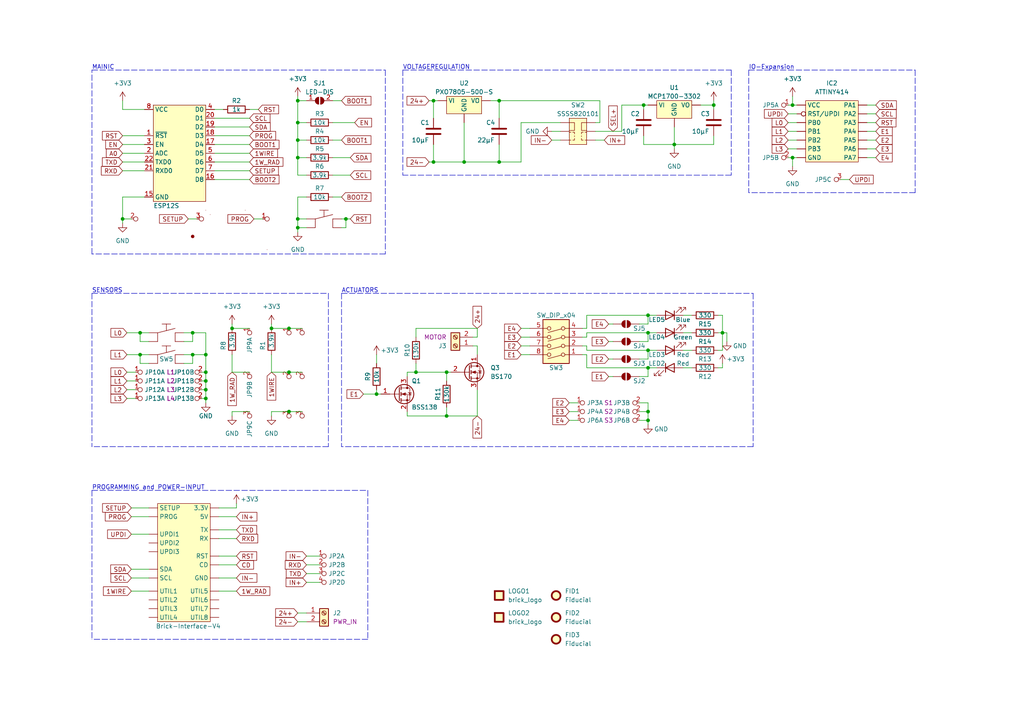
<source format=kicad_sch>
(kicad_sch (version 20211123) (generator eeschema)
  (paper "A4")
  (junction (at 229.87 30.48))
  (junction (at 109.22 114.3))
  (junction (at 134.62 46.99))
  (junction (at 59.69 107.95))
  (junction (at 144.78 46.99))
  (junction (at 100.33 63.5))
  (junction (at 83.82 119.38))
  (junction (at 209.55 96.52))
  (junction (at 125.73 46.99))
  (junction (at 86.36 45.72))
  (junction (at 187.96 96.52))
  (junction (at 86.36 63.5))
  (junction (at 125.73 29.21))
  (junction (at 86.36 66.04))
  (junction (at 229.87 45.72))
  (junction (at 55.88 102.87))
  (junction (at 187.96 119.38))
  (junction (at 129.54 120.65))
  (junction (at 86.36 29.21))
  (junction (at 86.36 40.64))
  (junction (at 35.56 63.5))
  (junction (at 59.69 110.49))
  (junction (at 207.01 30.48))
  (junction (at 59.69 113.03))
  (junction (at 86.36 35.56))
  (junction (at 40.64 96.52))
  (junction (at 187.96 106.68))
  (junction (at 129.54 107.95))
  (junction (at 78.74 95.25))
  (junction (at 67.31 95.25))
  (junction (at 55.88 96.52))
  (junction (at 59.69 102.87))
  (junction (at 186.69 30.48))
  (junction (at 187.96 121.92))
  (junction (at 187.96 91.44))
  (junction (at 187.96 101.6))
  (junction (at 59.69 115.57))
  (junction (at 83.82 95.25))
  (junction (at 144.78 29.21))
  (junction (at 120.65 107.95))
  (junction (at 40.64 102.87))
  (junction (at 83.82 107.95))
  (junction (at 195.58 41.91))
  (wire (pts (xy 35.56 63.5) (xy 38.1 63.5)))
  (wire (pts (xy 43.18 105.41) (xy 40.64 105.41)))
  (wire (pts (xy 185.42 109.22) (xy 187.96 109.22)))
  (wire (pts (xy 185.42 121.92) (xy 187.96 121.92)))
  (polyline (pts (xy 217.17 20.32) (xy 265.43 20.32)))
  (wire (pts (xy 35.56 64.77) (xy 35.56 63.5)))
  (wire (pts (xy 88.9 161.29) (xy 92.71 161.29)))
  (wire (pts (xy 151.13 35.56) (xy 151.13 46.99)))
  (wire (pts (xy 195.58 41.91) (xy 195.58 43.18)))
  (wire (pts (xy 229.87 27.94) (xy 229.87 30.48)))
  (wire (pts (xy 207.01 39.37) (xy 207.01 41.91)))
  (wire (pts (xy 63.5 149.86) (xy 68.58 149.86)))
  (wire (pts (xy 62.23 31.75) (xy 64.77 31.75)))
  (wire (pts (xy 96.52 29.21) (xy 99.06 29.21)))
  (wire (pts (xy 35.56 39.37) (xy 41.91 39.37)))
  (polyline (pts (xy 217.17 20.32) (xy 217.17 55.88)))
  (wire (pts (xy 99.06 66.04) (xy 100.33 66.04)))
  (wire (pts (xy 118.11 107.95) (xy 118.11 109.22)))
  (wire (pts (xy 251.46 33.02) (xy 254 33.02)))
  (polyline (pts (xy 111.76 73.66) (xy 26.67 73.66)))
  (wire (pts (xy 125.73 41.91) (xy 125.73 46.99)))
  (wire (pts (xy 144.78 29.21) (xy 144.78 34.29)))
  (wire (pts (xy 40.64 102.87) (xy 40.64 105.41)))
  (wire (pts (xy 86.36 29.21) (xy 88.9 29.21)))
  (wire (pts (xy 35.56 29.21) (xy 35.56 31.75)))
  (wire (pts (xy 53.34 102.87) (xy 55.88 102.87)))
  (wire (pts (xy 63.5 156.21) (xy 68.58 156.21)))
  (wire (pts (xy 78.74 102.87) (xy 78.74 107.95)))
  (wire (pts (xy 151.13 95.25) (xy 153.67 95.25)))
  (wire (pts (xy 208.28 96.52) (xy 209.55 96.52)))
  (wire (pts (xy 180.34 38.1) (xy 180.34 30.48)))
  (wire (pts (xy 185.42 119.38) (xy 187.96 119.38)))
  (wire (pts (xy 83.82 119.38) (xy 78.74 119.38)))
  (wire (pts (xy 86.36 35.56) (xy 86.36 29.21)))
  (wire (pts (xy 78.74 107.95) (xy 83.82 107.95)))
  (wire (pts (xy 88.9 35.56) (xy 86.36 35.56)))
  (polyline (pts (xy 218.44 129.54) (xy 99.06 129.54)))
  (wire (pts (xy 229.87 30.48) (xy 231.14 30.48)))
  (wire (pts (xy 209.55 96.52) (xy 209.55 101.6)))
  (wire (pts (xy 35.56 49.53) (xy 41.91 49.53)))
  (wire (pts (xy 251.46 35.56) (xy 254 35.56)))
  (wire (pts (xy 198.12 91.44) (xy 200.66 91.44)))
  (wire (pts (xy 185.42 104.14) (xy 187.96 104.14)))
  (wire (pts (xy 186.69 41.91) (xy 195.58 41.91)))
  (wire (pts (xy 72.39 31.75) (xy 74.93 31.75)))
  (wire (pts (xy 55.88 105.41) (xy 55.88 102.87)))
  (wire (pts (xy 203.2 30.48) (xy 207.01 30.48)))
  (wire (pts (xy 55.88 99.06) (xy 55.88 96.52)))
  (wire (pts (xy 129.54 118.11) (xy 129.54 120.65)))
  (wire (pts (xy 243.84 52.07) (xy 246.38 52.07)))
  (wire (pts (xy 176.53 93.98) (xy 177.8 93.98)))
  (wire (pts (xy 72.39 119.38) (xy 67.31 119.38)))
  (wire (pts (xy 59.69 102.87) (xy 59.69 107.95)))
  (wire (pts (xy 228.6 40.64) (xy 231.14 40.64)))
  (wire (pts (xy 88.9 40.64) (xy 86.36 40.64)))
  (wire (pts (xy 58.42 107.95) (xy 59.69 107.95)))
  (wire (pts (xy 88.9 50.8) (xy 86.36 50.8)))
  (wire (pts (xy 173.99 35.56) (xy 173.99 29.21)))
  (wire (pts (xy 78.74 119.38) (xy 78.74 120.65)))
  (wire (pts (xy 62.23 52.07) (xy 72.39 52.07)))
  (wire (pts (xy 40.64 102.87) (xy 43.18 102.87)))
  (wire (pts (xy 36.83 113.03) (xy 39.37 113.03)))
  (wire (pts (xy 228.6 38.1) (xy 231.14 38.1)))
  (wire (pts (xy 195.58 41.91) (xy 207.01 41.91)))
  (wire (pts (xy 129.54 120.65) (xy 138.43 120.65)))
  (wire (pts (xy 67.31 102.87) (xy 67.31 107.95)))
  (wire (pts (xy 59.69 116.84) (xy 59.69 115.57)))
  (wire (pts (xy 40.64 96.52) (xy 43.18 96.52)))
  (wire (pts (xy 118.11 120.65) (xy 129.54 120.65)))
  (wire (pts (xy 35.56 63.5) (xy 35.56 57.15)))
  (wire (pts (xy 190.5 96.52) (xy 187.96 96.52)))
  (wire (pts (xy 96.52 35.56) (xy 102.87 35.56)))
  (wire (pts (xy 125.73 29.21) (xy 127 29.21)))
  (polyline (pts (xy 212.09 50.8) (xy 116.84 50.8)))
  (wire (pts (xy 100.33 63.5) (xy 101.6 63.5)))
  (wire (pts (xy 186.69 30.48) (xy 187.96 30.48)))
  (wire (pts (xy 78.74 93.98) (xy 78.74 95.25)))
  (wire (pts (xy 187.96 91.44) (xy 187.96 93.98)))
  (wire (pts (xy 67.31 93.98) (xy 67.31 95.25)))
  (wire (pts (xy 207.01 29.21) (xy 207.01 30.48)))
  (wire (pts (xy 129.54 107.95) (xy 129.54 110.49)))
  (wire (pts (xy 88.9 163.83) (xy 92.71 163.83)))
  (wire (pts (xy 187.96 96.52) (xy 187.96 99.06)))
  (wire (pts (xy 251.46 45.72) (xy 254 45.72)))
  (wire (pts (xy 120.65 105.41) (xy 120.65 107.95)))
  (wire (pts (xy 170.18 101.6) (xy 187.96 101.6)))
  (wire (pts (xy 120.65 95.25) (xy 138.43 95.25)))
  (wire (pts (xy 63.5 163.83) (xy 68.58 163.83)))
  (wire (pts (xy 187.96 116.84) (xy 187.96 119.38)))
  (polyline (pts (xy 99.06 85.09) (xy 218.44 85.09)))
  (wire (pts (xy 251.46 43.18) (xy 254 43.18)))
  (wire (pts (xy 63.5 167.64) (xy 68.58 167.64)))
  (wire (pts (xy 86.36 57.15) (xy 86.36 63.5)))
  (wire (pts (xy 41.91 31.75) (xy 35.56 31.75)))
  (wire (pts (xy 187.96 101.6) (xy 190.5 101.6)))
  (wire (pts (xy 185.42 99.06) (xy 187.96 99.06)))
  (wire (pts (xy 67.31 95.25) (xy 72.39 95.25)))
  (wire (pts (xy 59.69 113.03) (xy 59.69 110.49)))
  (polyline (pts (xy 218.44 85.09) (xy 218.44 129.54)))
  (wire (pts (xy 96.52 57.15) (xy 99.06 57.15)))
  (polyline (pts (xy 95.25 85.09) (xy 95.25 129.54)))
  (wire (pts (xy 62.23 49.53) (xy 72.39 49.53)))
  (wire (pts (xy 86.36 50.8) (xy 86.36 45.72)))
  (wire (pts (xy 165.1 121.92) (xy 167.64 121.92)))
  (wire (pts (xy 62.23 41.91) (xy 72.39 41.91)))
  (polyline (pts (xy 111.76 20.32) (xy 111.76 73.66)))
  (wire (pts (xy 35.56 46.99) (xy 41.91 46.99)))
  (wire (pts (xy 55.88 96.52) (xy 59.69 96.52)))
  (wire (pts (xy 170.18 95.25) (xy 170.18 91.44)))
  (wire (pts (xy 86.36 40.64) (xy 86.36 35.56)))
  (wire (pts (xy 88.9 168.91) (xy 92.71 168.91)))
  (wire (pts (xy 35.56 44.45) (xy 41.91 44.45)))
  (polyline (pts (xy 26.67 20.32) (xy 111.76 20.32)))
  (wire (pts (xy 172.72 38.1) (xy 180.34 38.1)))
  (wire (pts (xy 207.01 30.48) (xy 207.01 31.75)))
  (wire (pts (xy 83.82 119.38) (xy 87.63 119.38)))
  (wire (pts (xy 109.22 102.87) (xy 109.22 105.41)))
  (wire (pts (xy 151.13 100.33) (xy 153.67 100.33)))
  (polyline (pts (xy 26.67 85.09) (xy 26.67 129.54)))
  (wire (pts (xy 229.87 48.26) (xy 229.87 45.72)))
  (wire (pts (xy 59.69 96.52) (xy 59.69 102.87)))
  (polyline (pts (xy 212.09 20.32) (xy 212.09 50.8)))
  (wire (pts (xy 86.36 177.8) (xy 88.9 177.8)))
  (wire (pts (xy 54.61 63.5) (xy 57.15 63.5)))
  (wire (pts (xy 62.23 39.37) (xy 72.39 39.37)))
  (wire (pts (xy 53.34 99.06) (xy 55.88 99.06)))
  (wire (pts (xy 62.23 44.45) (xy 72.39 44.45)))
  (wire (pts (xy 38.1 167.64) (xy 43.18 167.64)))
  (wire (pts (xy 209.55 91.44) (xy 209.55 96.52)))
  (wire (pts (xy 187.96 106.68) (xy 190.5 106.68)))
  (wire (pts (xy 209.55 96.52) (xy 210.82 96.52)))
  (wire (pts (xy 187.96 106.68) (xy 187.96 109.22)))
  (wire (pts (xy 185.42 93.98) (xy 187.96 93.98)))
  (wire (pts (xy 210.82 96.52) (xy 210.82 99.06)))
  (wire (pts (xy 160.02 38.1) (xy 162.56 38.1)))
  (wire (pts (xy 228.6 35.56) (xy 231.14 35.56)))
  (wire (pts (xy 138.43 113.03) (xy 138.43 120.65)))
  (wire (pts (xy 62.23 34.29) (xy 72.39 34.29)))
  (wire (pts (xy 38.1 154.94) (xy 43.18 154.94)))
  (wire (pts (xy 88.9 166.37) (xy 92.71 166.37)))
  (wire (pts (xy 86.36 63.5) (xy 88.9 63.5)))
  (wire (pts (xy 59.69 110.49) (xy 59.69 107.95)))
  (wire (pts (xy 129.54 107.95) (xy 120.65 107.95)))
  (wire (pts (xy 138.43 100.33) (xy 138.43 102.87)))
  (wire (pts (xy 142.24 29.21) (xy 144.78 29.21)))
  (wire (pts (xy 120.65 107.95) (xy 118.11 107.95)))
  (polyline (pts (xy 26.67 85.09) (xy 95.25 85.09)))
  (wire (pts (xy 86.36 66.04) (xy 88.9 66.04)))
  (wire (pts (xy 168.91 97.79) (xy 170.18 97.79)))
  (wire (pts (xy 165.1 116.84) (xy 167.64 116.84)))
  (wire (pts (xy 176.53 109.22) (xy 177.8 109.22)))
  (wire (pts (xy 125.73 29.21) (xy 125.73 34.29)))
  (wire (pts (xy 125.73 46.99) (xy 134.62 46.99)))
  (wire (pts (xy 170.18 96.52) (xy 187.96 96.52)))
  (wire (pts (xy 88.9 45.72) (xy 86.36 45.72)))
  (wire (pts (xy 168.91 95.25) (xy 170.18 95.25)))
  (wire (pts (xy 36.83 115.57) (xy 39.37 115.57)))
  (wire (pts (xy 96.52 45.72) (xy 101.6 45.72)))
  (wire (pts (xy 151.13 35.56) (xy 162.56 35.56)))
  (wire (pts (xy 198.12 101.6) (xy 200.66 101.6)))
  (wire (pts (xy 53.34 105.41) (xy 55.88 105.41)))
  (wire (pts (xy 67.31 107.95) (xy 72.39 107.95)))
  (wire (pts (xy 170.18 106.68) (xy 187.96 106.68)))
  (wire (pts (xy 36.83 96.52) (xy 40.64 96.52)))
  (wire (pts (xy 190.5 91.44) (xy 187.96 91.44)))
  (wire (pts (xy 160.02 40.64) (xy 162.56 40.64)))
  (wire (pts (xy 228.6 43.18) (xy 231.14 43.18)))
  (wire (pts (xy 186.69 30.48) (xy 186.69 31.75)))
  (wire (pts (xy 208.28 101.6) (xy 209.55 101.6)))
  (wire (pts (xy 229.87 45.72) (xy 231.14 45.72)))
  (wire (pts (xy 63.5 153.67) (xy 68.58 153.67)))
  (polyline (pts (xy 265.43 20.32) (xy 265.43 55.88)))
  (wire (pts (xy 170.18 91.44) (xy 187.96 91.44)))
  (wire (pts (xy 36.83 102.87) (xy 40.64 102.87)))
  (wire (pts (xy 180.34 30.48) (xy 186.69 30.48)))
  (wire (pts (xy 172.72 35.56) (xy 173.99 35.56)))
  (wire (pts (xy 96.52 50.8) (xy 101.6 50.8)))
  (wire (pts (xy 187.96 123.19) (xy 187.96 121.92)))
  (wire (pts (xy 208.28 91.44) (xy 209.55 91.44)))
  (wire (pts (xy 58.42 113.03) (xy 59.69 113.03)))
  (wire (pts (xy 88.9 57.15) (xy 86.36 57.15)))
  (wire (pts (xy 109.22 114.3) (xy 110.49 114.3)))
  (wire (pts (xy 151.13 102.87) (xy 153.67 102.87)))
  (wire (pts (xy 83.82 107.95) (xy 87.63 107.95)))
  (polyline (pts (xy 116.84 20.32) (xy 212.09 20.32)))
  (wire (pts (xy 185.42 116.84) (xy 187.96 116.84)))
  (wire (pts (xy 151.13 97.79) (xy 153.67 97.79)))
  (wire (pts (xy 170.18 102.87) (xy 170.18 106.68)))
  (wire (pts (xy 176.53 104.14) (xy 177.8 104.14)))
  (wire (pts (xy 62.23 36.83) (xy 72.39 36.83)))
  (wire (pts (xy 67.31 119.38) (xy 67.31 120.65)))
  (polyline (pts (xy 265.43 55.88) (xy 217.17 55.88)))
  (wire (pts (xy 120.65 95.25) (xy 120.65 97.79)))
  (wire (pts (xy 86.36 29.21) (xy 86.36 27.94)))
  (wire (pts (xy 53.34 96.52) (xy 55.88 96.52)))
  (wire (pts (xy 100.33 63.5) (xy 100.33 66.04)))
  (wire (pts (xy 36.83 110.49) (xy 39.37 110.49)))
  (polyline (pts (xy 116.84 20.32) (xy 116.84 50.8)))
  (wire (pts (xy 228.6 33.02) (xy 231.14 33.02)))
  (wire (pts (xy 251.46 30.48) (xy 254 30.48)))
  (wire (pts (xy 68.58 146.05) (xy 68.58 147.32)))
  (wire (pts (xy 165.1 119.38) (xy 167.64 119.38)))
  (wire (pts (xy 144.78 41.91) (xy 144.78 46.99)))
  (wire (pts (xy 124.46 46.99) (xy 125.73 46.99)))
  (wire (pts (xy 187.96 101.6) (xy 187.96 104.14)))
  (wire (pts (xy 105.41 114.3) (xy 109.22 114.3)))
  (wire (pts (xy 251.46 40.64) (xy 254 40.64)))
  (wire (pts (xy 209.55 105.41) (xy 209.55 106.68)))
  (wire (pts (xy 35.56 41.91) (xy 41.91 41.91)))
  (wire (pts (xy 99.06 63.5) (xy 100.33 63.5)))
  (wire (pts (xy 63.5 171.45) (xy 68.58 171.45)))
  (wire (pts (xy 63.5 161.29) (xy 68.58 161.29)))
  (wire (pts (xy 86.36 45.72) (xy 86.36 40.64)))
  (wire (pts (xy 137.16 97.79) (xy 138.43 97.79)))
  (wire (pts (xy 38.1 171.45) (xy 43.18 171.45)))
  (wire (pts (xy 38.1 149.86) (xy 43.18 149.86)))
  (wire (pts (xy 58.42 115.57) (xy 59.69 115.57)))
  (wire (pts (xy 55.88 102.87) (xy 59.69 102.87)))
  (wire (pts (xy 38.1 147.32) (xy 43.18 147.32)))
  (wire (pts (xy 168.91 102.87) (xy 170.18 102.87)))
  (wire (pts (xy 109.22 113.03) (xy 109.22 114.3)))
  (wire (pts (xy 86.36 63.5) (xy 86.36 66.04)))
  (wire (pts (xy 86.36 66.04) (xy 86.36 67.31)))
  (wire (pts (xy 134.62 46.99) (xy 144.78 46.99)))
  (polyline (pts (xy 26.67 73.66) (xy 26.67 20.32)))
  (wire (pts (xy 58.42 110.49) (xy 59.69 110.49)))
  (wire (pts (xy 38.1 165.1) (xy 43.18 165.1)))
  (wire (pts (xy 63.5 147.32) (xy 68.58 147.32)))
  (wire (pts (xy 78.74 95.25) (xy 83.82 95.25)))
  (wire (pts (xy 43.18 99.06) (xy 40.64 99.06)))
  (wire (pts (xy 134.62 35.56) (xy 134.62 46.99)))
  (wire (pts (xy 62.23 46.99) (xy 72.39 46.99)))
  (wire (pts (xy 228.6 30.48) (xy 229.87 30.48)))
  (polyline (pts (xy 106.68 142.24) (xy 106.68 185.42)))
  (wire (pts (xy 168.91 100.33) (xy 170.18 100.33)))
  (polyline (pts (xy 26.67 142.24) (xy 106.68 142.24)))
  (wire (pts (xy 86.36 180.34) (xy 88.9 180.34)))
  (wire (pts (xy 83.82 95.25) (xy 87.63 95.25)))
  (wire (pts (xy 36.83 107.95) (xy 39.37 107.95)))
  (wire (pts (xy 198.12 96.52) (xy 200.66 96.52)))
  (wire (pts (xy 118.11 119.38) (xy 118.11 120.65)))
  (wire (pts (xy 251.46 38.1) (xy 254 38.1)))
  (wire (pts (xy 96.52 40.64) (xy 99.06 40.64)))
  (wire (pts (xy 170.18 100.33) (xy 170.18 101.6)))
  (wire (pts (xy 144.78 29.21) (xy 173.99 29.21)))
  (wire (pts (xy 124.46 29.21) (xy 125.73 29.21)))
  (wire (pts (xy 59.69 115.57) (xy 59.69 113.03)))
  (polyline (pts (xy 106.68 185.42) (xy 26.67 185.42)))
  (wire (pts (xy 35.56 57.15) (xy 41.91 57.15)))
  (wire (pts (xy 130.81 107.95) (xy 129.54 107.95)))
  (wire (pts (xy 172.72 40.64) (xy 175.26 40.64)))
  (wire (pts (xy 208.28 106.68) (xy 209.55 106.68)))
  (wire (pts (xy 137.16 100.33) (xy 138.43 100.33)))
  (polyline (pts (xy 95.25 129.54) (xy 26.67 129.54)))
  (wire (pts (xy 198.12 106.68) (xy 200.66 106.68)))
  (wire (pts (xy 138.43 97.79) (xy 138.43 95.25)))
  (wire (pts (xy 186.69 39.37) (xy 186.69 41.91)))
  (wire (pts (xy 176.53 99.06) (xy 177.8 99.06)))
  (wire (pts (xy 187.96 119.38) (xy 187.96 121.92)))
  (wire (pts (xy 144.78 46.99) (xy 151.13 46.99)))
  (polyline (pts (xy 26.67 142.24) (xy 26.67 185.42)))
  (wire (pts (xy 40.64 99.06) (xy 40.64 96.52)))
  (wire (pts (xy 195.58 36.83) (xy 195.58 41.91)))
  (wire (pts (xy 73.66 63.5) (xy 76.2 63.5)))
  (polyline (pts (xy 99.06 85.09) (xy 99.06 129.54)))
  (wire (pts (xy 228.6 45.72) (xy 229.87 45.72)))
  (wire (pts (xy 170.18 97.79) (xy 170.18 96.52)))
  (text "IO-Expansion" (at 217.17 20.32 0) (effects (font (size 1.27 1.27)) (justify left bottom)))
  (text "MAINIC" (at 26.67 20.32 0) (effects (font (size 1.27 1.27)) (justify left bottom)))
  (text "ACTUATORS" (at 99.06 85.09 0) (effects (font (size 1.27 1.27)) (justify left bottom)))
  (text "SENSORS" (at 26.67 85.09 0) (effects (font (size 1.27 1.27)) (justify left bottom)))
  (text "VOLTAGEREGULATION" (at 116.84 20.32 0) (effects (font (size 1.27 1.27)) (justify left bottom)))
  (text "PROGRAMMING and POWER-INPUT" (at 26.67 142.24 0) (effects (font (size 1.27 1.27)) (justify left bottom)))
  (global_label "L1" (shape input) (at 36.83 102.87 180) (property "Referenzen zwischen Schaltplänen" "${INTERSHEET_REFS}" (effects hide)))
  (global_label "L2" (shape input) (at 36.83 113.03 180) (property "Referenzen zwischen Schaltplänen" "${INTERSHEET_REFS}" (effects hide)))
  (global_label "PROG" (shape input) (at 72.39 39.37 0) (property "Referenzen zwischen Schaltplänen" "${INTERSHEET_REFS}" (effects hide)))
  (global_label "SETUP" (shape input) (at 54.61 63.5 180) (property "Referenzen zwischen Schaltplänen" "${INTERSHEET_REFS}" (effects hide)))
  (global_label "SETUP" (shape input) (at 72.39 49.53 0) (property "Referenzen zwischen Schaltplänen" "${INTERSHEET_REFS}" (effects hide)))
  (global_label "SDA" (shape input) (at 101.6 45.72 0) (property "Referenzen zwischen Schaltplänen" "${INTERSHEET_REFS}" (effects hide)))
  (global_label "24+" (shape input) (at 86.36 177.8 180) (property "Referenzen zwischen Schaltplänen" "${INTERSHEET_REFS}" (effects hide)))
  (global_label "L2" (shape input) (at 228.6 40.64 180) (property "Referenzen zwischen Schaltplänen" "${INTERSHEET_REFS}" (effects hide)))
  (global_label "1WIRE" (shape input) (at 78.74 107.95 270) (property "Referenzen zwischen Schaltplänen" "${INTERSHEET_REFS}" (effects hide)))
  (global_label "RST" (shape input) (at 35.56 39.37 180) (property "Referenzen zwischen Schaltplänen" "${INTERSHEET_REFS}" (effects hide)))
  (global_label "L0" (shape input) (at 36.83 107.95 180) (property "Referenzen zwischen Schaltplänen" "${INTERSHEET_REFS}" (effects hide)))
  (global_label "E3" (shape input) (at 176.53 99.06 180) (property "Referenzen zwischen Schaltplänen" "${INTERSHEET_REFS}" (effects hide)))
  (global_label "SCL" (shape input) (at 101.6 50.8 0) (property "Referenzen zwischen Schaltplänen" "${INTERSHEET_REFS}" (effects hide)))
  (global_label "SCL" (shape input) (at 72.39 34.29 0) (property "Referenzen zwischen Schaltplänen" "${INTERSHEET_REFS}" (effects hide)))
  (global_label "CD" (shape input) (at 68.58 163.83 0) (property "Referenzen zwischen Schaltplänen" "${INTERSHEET_REFS}" (effects hide)))
  (global_label "1W_RAD" (shape input) (at 67.31 107.95 270) (property "Referenzen zwischen Schaltplänen" "${INTERSHEET_REFS}" (effects hide)))
  (global_label "1WIRE" (shape input) (at 38.1 171.45 180) (property "Referenzen zwischen Schaltplänen" "${INTERSHEET_REFS}" (effects hide)))
  (global_label "BOOT1" (shape input) (at 99.06 29.21 0) (property "Referenzen zwischen Schaltplänen" "${INTERSHEET_REFS}" (effects hide)))
  (global_label "RST" (shape input) (at 74.93 31.75 0) (property "Referenzen zwischen Schaltplänen" "${INTERSHEET_REFS}" (effects hide)))
  (global_label "1WIRE" (shape input) (at 72.39 44.45 0) (property "Referenzen zwischen Schaltplänen" "${INTERSHEET_REFS}" (effects hide)))
  (global_label "SDA" (shape input) (at 254 30.48 0) (property "Referenzen zwischen Schaltplänen" "${INTERSHEET_REFS}" (effects hide)))
  (global_label "RST" (shape input) (at 254 35.56 0) (property "Referenzen zwischen Schaltplänen" "${INTERSHEET_REFS}" (effects hide)))
  (global_label "E1" (shape input) (at 254 38.1 0) (property "Referenzen zwischen Schaltplänen" "${INTERSHEET_REFS}" (effects hide)))
  (global_label "EN" (shape input) (at 102.87 35.56 0) (property "Referenzen zwischen Schaltplänen" "${INTERSHEET_REFS}" (effects hide)))
  (global_label "RST" (shape input) (at 101.6 63.5 0) (property "Referenzen zwischen Schaltplänen" "${INTERSHEET_REFS}" (effects hide)))
  (global_label "TXD" (shape input) (at 35.56 46.99 180) (property "Referenzen zwischen Schaltplänen" "${INTERSHEET_REFS}" (effects hide)))
  (global_label "PROG" (shape input) (at 38.1 149.86 180) (property "Referenzen zwischen Schaltplänen" "${INTERSHEET_REFS}" (effects hide)))
  (global_label "BOOT2" (shape input) (at 72.39 52.07 0) (property "Referenzen zwischen Schaltplänen" "${INTERSHEET_REFS}" (effects hide)))
  (global_label "E4" (shape input) (at 151.13 95.25 180) (property "Referenzen zwischen Schaltplänen" "${INTERSHEET_REFS}" (effects hide)))
  (global_label "BOOT1" (shape input) (at 99.06 40.64 0) (property "Referenzen zwischen Schaltplänen" "${INTERSHEET_REFS}" (effects hide)))
  (global_label "24-" (shape input) (at 138.43 120.65 270) (property "Referenzen zwischen Schaltplänen" "${INTERSHEET_REFS}" (effects hide)))
  (global_label "24+" (shape input) (at 124.46 29.21 180) (property "Referenzen zwischen Schaltplänen" "${INTERSHEET_REFS}" (effects hide)))
  (global_label "24+" (shape input) (at 138.43 95.25 90) (property "Referenzen zwischen Schaltplänen" "${INTERSHEET_REFS}" (effects hide)))
  (global_label "E2" (shape input) (at 176.53 104.14 180) (property "Referenzen zwischen Schaltplänen" "${INTERSHEET_REFS}" (effects hide)))
  (global_label "SEL+" (shape input) (at 177.8 38.1 90) (property "Referenzen zwischen Schaltplänen" "${INTERSHEET_REFS}" (effects hide)))
  (global_label "L3" (shape input) (at 228.6 43.18 180) (property "Referenzen zwischen Schaltplänen" "${INTERSHEET_REFS}" (effects hide)))
  (global_label "L1" (shape input) (at 36.83 110.49 180) (property "Referenzen zwischen Schaltplänen" "${INTERSHEET_REFS}" (effects hide)))
  (global_label "TXD" (shape input) (at 68.58 153.67 0) (property "Referenzen zwischen Schaltplänen" "${INTERSHEET_REFS}" (effects hide)))
  (global_label "A0" (shape input) (at 35.56 44.45 180) (property "Referenzen zwischen Schaltplänen" "${INTERSHEET_REFS}" (effects hide)))
  (global_label "E3" (shape input) (at 151.13 97.79 180) (property "Referenzen zwischen Schaltplänen" "${INTERSHEET_REFS}" (effects hide)))
  (global_label "IN+" (shape input) (at 175.26 40.64 0) (property "Referenzen zwischen Schaltplänen" "${INTERSHEET_REFS}" (effects hide)))
  (global_label "E4" (shape input) (at 254 45.72 0) (property "Referenzen zwischen Schaltplänen" "${INTERSHEET_REFS}" (effects hide)))
  (global_label "E4" (shape input) (at 165.1 121.92 180) (property "Referenzen zwischen Schaltplänen" "${INTERSHEET_REFS}" (effects hide)))
  (global_label "L0" (shape input) (at 228.6 35.56 180) (property "Referenzen zwischen Schaltplänen" "${INTERSHEET_REFS}" (effects hide)))
  (global_label "RXD" (shape input) (at 35.56 49.53 180) (property "Referenzen zwischen Schaltplänen" "${INTERSHEET_REFS}" (effects hide)))
  (global_label "IN-" (shape input) (at 68.58 167.64 0) (property "Referenzen zwischen Schaltplänen" "${INTERSHEET_REFS}" (effects hide)))
  (global_label "IN-" (shape input) (at 88.9 161.29 180) (property "Referenzen zwischen Schaltplänen" "${INTERSHEET_REFS}" (effects hide)))
  (global_label "IN+" (shape input) (at 68.58 149.86 0) (property "Referenzen zwischen Schaltplänen" "${INTERSHEET_REFS}" (effects hide)))
  (global_label "24-" (shape input) (at 86.36 180.34 180) (property "Referenzen zwischen Schaltplänen" "${INTERSHEET_REFS}" (effects hide)))
  (global_label "E3" (shape input) (at 254 43.18 0) (property "Referenzen zwischen Schaltplänen" "${INTERSHEET_REFS}" (effects hide)))
  (global_label "PROG" (shape input) (at 73.66 63.5 180) (property "Referenzen zwischen Schaltplänen" "${INTERSHEET_REFS}" (effects hide)))
  (global_label "1W_RAD" (shape input) (at 68.58 171.45 0) (property "Referenzen zwischen Schaltplänen" "${INTERSHEET_REFS}" (effects hide)))
  (global_label "RXD" (shape input) (at 68.58 156.21 0) (property "Referenzen zwischen Schaltplänen" "${INTERSHEET_REFS}" (effects hide)))
  (global_label "L0" (shape input) (at 36.83 96.52 180) (property "Referenzen zwischen Schaltplänen" "${INTERSHEET_REFS}" (effects hide)))
  (global_label "SETUP" (shape input) (at 38.1 147.32 180) (property "Referenzen zwischen Schaltplänen" "${INTERSHEET_REFS}" (effects hide)))
  (global_label "IN-" (shape input) (at 160.02 40.64 180) (property "Referenzen zwischen Schaltplänen" "${INTERSHEET_REFS}" (effects hide)))
  (global_label "E3" (shape input) (at 165.1 119.38 180) (property "Referenzen zwischen Schaltplänen" "${INTERSHEET_REFS}" (effects hide)))
  (global_label "E1" (shape input) (at 176.53 109.22 180) (property "Referenzen zwischen Schaltplänen" "${INTERSHEET_REFS}" (effects hide)))
  (global_label "E4" (shape input) (at 176.53 93.98 180) (property "Referenzen zwischen Schaltplänen" "${INTERSHEET_REFS}" (effects hide)))
  (global_label "UPDI" (shape input) (at 38.1 154.94 180) (property "Referenzen zwischen Schaltplänen" "${INTERSHEET_REFS}" (effects hide)))
  (global_label "EN" (shape input) (at 35.56 41.91 180) (property "Referenzen zwischen Schaltplänen" "${INTERSHEET_REFS}" (effects hide)))
  (global_label "E2" (shape input) (at 151.13 100.33 180) (property "Referenzen zwischen Schaltplänen" "${INTERSHEET_REFS}" (effects hide)))
  (global_label "L1" (shape input) (at 228.6 38.1 180) (property "Referenzen zwischen Schaltplänen" "${INTERSHEET_REFS}" (effects hide)))
  (global_label "SDA" (shape input) (at 38.1 165.1 180) (property "Referenzen zwischen Schaltplänen" "${INTERSHEET_REFS}" (effects hide)))
  (global_label "L3" (shape input) (at 36.83 115.57 180) (property "Referenzen zwischen Schaltplänen" "${INTERSHEET_REFS}" (effects hide)))
  (global_label "BOOT1" (shape input) (at 72.39 41.91 0) (property "Referenzen zwischen Schaltplänen" "${INTERSHEET_REFS}" (effects hide)))
  (global_label "UPDI" (shape input) (at 246.38 52.07 0) (property "Referenzen zwischen Schaltplänen" "${INTERSHEET_REFS}" (effects hide)))
  (global_label "RST" (shape input) (at 68.58 161.29 0) (property "Referenzen zwischen Schaltplänen" "${INTERSHEET_REFS}" (effects hide)))
  (global_label "E1" (shape input) (at 105.41 114.3 180) (property "Referenzen zwischen Schaltplänen" "${INTERSHEET_REFS}" (effects hide)))
  (global_label "IN+" (shape input) (at 88.9 168.91 180) (property "Referenzen zwischen Schaltplänen" "${INTERSHEET_REFS}" (effects hide)))
  (global_label "UPDI" (shape input) (at 228.6 33.02 180) (property "Referenzen zwischen Schaltplänen" "${INTERSHEET_REFS}" (effects hide)))
  (global_label "SCL" (shape input) (at 254 33.02 0) (property "Referenzen zwischen Schaltplänen" "${INTERSHEET_REFS}" (effects hide)))
  (global_label "RXD" (shape input) (at 88.9 163.83 180) (property "Referenzen zwischen Schaltplänen" "${INTERSHEET_REFS}" (effects hide)))
  (global_label "24-" (shape input) (at 124.46 46.99 180) (property "Referenzen zwischen Schaltplänen" "${INTERSHEET_REFS}" (effects hide)))
  (global_label "TXD" (shape input) (at 88.9 166.37 180) (property "Referenzen zwischen Schaltplänen" "${INTERSHEET_REFS}" (effects hide)))
  (global_label "SDA" (shape input) (at 72.39 36.83 0) (property "Referenzen zwischen Schaltplänen" "${INTERSHEET_REFS}" (effects hide)))
  (global_label "E2" (shape input) (at 254 40.64 0) (property "Referenzen zwischen Schaltplänen" "${INTERSHEET_REFS}" (effects hide)))
  (global_label "E2" (shape input) (at 165.1 116.84 180) (property "Referenzen zwischen Schaltplänen" "${INTERSHEET_REFS}" (effects hide)))
  (global_label "E1" (shape input) (at 151.13 102.87 180) (property "Referenzen zwischen Schaltplänen" "${INTERSHEET_REFS}" (effects hide)))
  (global_label "1W_RAD" (shape input) (at 72.39 46.99 0) (property "Referenzen zwischen Schaltplänen" "${INTERSHEET_REFS}" (effects hide)))
  (global_label "BOOT2" (shape input) (at 99.06 57.15 0) (property "Referenzen zwischen Schaltplänen" "${INTERSHEET_REFS}" (effects hide)))
  (global_label "SCL" (shape input) (at 38.1 167.64 180) (property "Referenzen zwischen Schaltplänen" "${INTERSHEET_REFS}" (effects hide)))
  (symbol (lib_id "power:GND") (at 67.31 120.65 0) (unit 1)
    (property "Reference" "#PWR0102" (effects hide))
    (property "Value" "GND" (at 67.31 125.73 0))
  )
  (symbol (lib_id "no_common:MCP1700-3302") (at 195.58 30.48 0) (unit 1)
    (property "Reference" "U1" (at 195.58 25.4 0))
    (property "Value" "MCP1700-3302" (at 195.58 27.94 0))
    (property "Footprint" "no_common:SOT23" (effects hide))
    (property "Storage" "MAG3" (effects hide))
    (property "StorageDesc" "MCP1700" (effects hide))
  )
  (symbol (lib_id "Device:R") (at 92.71 35.56 90) (unit 1)
    (property "Reference" "R3" (at 92.71 33.02 90))
    (property "Value" "10k" (at 92.71 35.56 90))
    (property "Footprint" "no_common:R_0805_2012Metric" (effects hide))
    (property "Storage" "MAG2" (effects hide))
  )
  (symbol (lib_id "no_pinhd:PINHD_1x02") (at 57.15 107.95 180) (unit 2)
    (property "Reference" "JP10" (at 53.34 107.95 0))
    (property "Value" "PINHD_1x02" (effects hide))
    (property "Footprint" "no_pinhd:PINHD_1X02_2.54_1mm_Round" (effects hide))
    (property "Desc" "L1" (effects hide))
    (property "Reference" "JP10" (effects hide))
    (property "Value" "PINHD_1x02" (effects hide))
    (property "DNP" "true" (effects hide))
  )
  (symbol (lib_name "SolderJumper_2_Open_1") (lib_id "Jumper:SolderJumper_2_Open") (at 181.61 109.22 0) (unit 1)
    (property "Reference" "SJ2" (at 185.42 110.49 0))
    (property "Value" "LED-EN" (effects hide))
    (property "Footprint" "Jumper:SolderJumper-2_P1.3mm_Open_RoundedPad1.0x1.5mm" (effects hide))
    (property "Reference" "SJ2" (effects hide))
    (property "Value" "LED-EN" (effects hide))
    (property "DNP" "true" (effects hide))
  )
  (symbol (lib_id "Device:R") (at 78.74 99.06 0) (unit 1)
    (property "Reference" "R1" (at 76.2 101.6 90) (effects (justify left)))
    (property "Value" "3.9k" (at 78.74 100.965 90) (effects (justify left)))
    (property "Footprint" "no_common:R_0805_2012Metric" (effects hide))
    (property "Reference" "R1" (effects hide))
    (property "Value" "3.9k" (effects hide))
    (property "Storage" "MAG1" (effects hide))
  )
  (symbol (lib_id "Switch:SW_DIP_x04") (at 161.29 97.79 180) (unit 1)
    (property "Reference" "SW3" (at 161.29 106.68 0))
    (property "Value" "SW_DIP_x04" (at 161.29 91.44 0))
    (property "Footprint" "Button_Switch_THT:SW_DIP_SPSTx04_Slide_9.78x12.34mm_W7.62mm_P2.54mm" (effects hide))
    (property "Reference" "SW3" (effects hide))
    (property "Value" "SW_DIP_x04" (effects hide))
    (property "Storage" "SK2 2x2" (effects hide))
    (property "StorageDesc" "DIP Switch 4x" (effects hide))
    (property "Handsolder" "true" (effects hide))
  )
  (symbol (lib_id "power:+3V3") (at 35.56 29.21 0) (unit 1)
    (property "Reference" "#PWR04" (effects hide))
    (property "Value" "+3V3" (at 35.56 24.13 0))
  )
  (symbol (lib_id "Jumper:SolderJumper_2_Open") (at 92.71 29.21 0) (unit 1)
    (property "Reference" "SJ1" (at 92.71 24.13 0))
    (property "Value" "LED-DIS" (at 92.71 26.67 0))
    (property "Footprint" "Jumper:SolderJumper-2_P1.3mm_Open_RoundedPad1.0x1.5mm" (effects hide))
    (property "Reference" "SJ1" (effects hide))
    (property "Value" "LED-DIS" (effects hide))
    (property "DNP" "true" (effects hide))
  )
  (symbol (lib_id "power:GND") (at 229.87 48.26 0) (unit 1)
    (property "Reference" "#PWR09" (effects hide))
    (property "Value" "GND" (at 229.87 53.34 0))
  )
  (symbol (lib_id "no_brick_logo:brick_logo") (at 144.78 172.72 0) (unit 1)
    (property "Reference" "LOGO1" (at 147.32 171.4499 0) (effects (justify left)))
    (property "Value" "brick_logo" (at 147.32 173.9899 0) (effects (justify left)))
    (property "Footprint" "no_brick_logo:x8mm" (effects hide))
    (property "DNP" "true" (effects hide))
  )
  (symbol (lib_id "Mechanical:Fiducial") (at 161.29 172.72 0) (unit 1)
    (property "Reference" "FID1" (at 163.83 171.4499 0) (effects (justify left)))
    (property "Value" "Fiducial" (at 163.83 173.9899 0) (effects (justify left)))
    (property "Footprint" "Fiducial:Fiducial_1mm_Mask2mm" (effects hide))
    (property "DNP" "true" (effects hide))
  )
  (symbol (lib_id "no_pinhd:PINHD_1X04") (at 93.98 168.91 0) (unit 4)
    (property "Reference" "JP2" (at 95.25 168.9099 0) (effects (justify left)))
    (property "Value" "PINHD_1X04" (effects hide))
    (property "Footprint" "no_pinhd:PINHD_1X04_2.54_1mm_Round" (effects hide))
    (property "Desc" "UART" (effects hide))
    (property "Reference" "JP2" (effects hide))
    (property "Value" "PINHD_1X04" (effects hide))
    (property "DNP" "true" (effects hide))
  )
  (symbol (lib_id "Device:R") (at 92.71 45.72 90) (unit 1)
    (property "Reference" "R5" (at 92.71 43.18 90))
    (property "Value" "3.9k" (at 92.71 45.72 90))
    (property "Footprint" "no_common:R_0805_2012Metric" (effects hide))
    (property "Storage" "MAG1" (effects hide))
  )
  (symbol (lib_id "Device:R") (at 129.54 114.3 180) (unit 1)
    (property "Reference" "R11" (at 127 114.3 90))
    (property "Value" "130k" (at 129.54 114.3 90))
    (property "Footprint" "no_common:R_0805_2012Metric" (effects hide))
    (property "Storage" "MAG2" (effects hide))
  )
  (symbol (lib_id "power:+3V3") (at 78.74 93.98 0) (unit 1)
    (property "Reference" "#PWR01" (effects hide))
    (property "Value" "+3V3" (at 78.74 88.9 0))
  )
  (symbol (lib_id "Device:R") (at 109.22 109.22 180) (unit 1)
    (property "Reference" "R9" (at 106.68 109.22 90))
    (property "Value" "10k" (at 109.22 109.22 90))
    (property "Footprint" "no_common:R_0805_2012Metric" (effects hide))
    (property "Storage" "MAG2" (effects hide))
  )
  (symbol (lib_id "Device:LED") (at 194.31 106.68 0) (unit 1)
    (property "Reference" "LED2" (at 190.5 105.41 0))
    (property "Value" "Red" (at 198.12 105.41 0))
    (property "Footprint" "no_common:LED_0805_2012Metric" (effects hide))
    (property "Storage" "MAG4" (effects hide))
    (property "StorageDesc" "LED OrangeRed" (effects hide))
  )
  (symbol (lib_id "Mechanical:Fiducial") (at 161.29 179.07 0) (unit 1)
    (property "Reference" "FID2" (at 163.83 177.7999 0) (effects (justify left)))
    (property "Value" "Fiducial" (at 163.83 180.3399 0) (effects (justify left)))
    (property "Footprint" "Fiducial:Fiducial_1mm_Mask2mm" (effects hide))
    (property "DNP" "true" (effects hide))
  )
  (symbol (lib_id "power:+3V3") (at 229.87 27.94 0) (unit 1)
    (property "Reference" "#PWR08" (effects hide))
    (property "Value" "+3V3" (at 229.87 22.86 0))
  )
  (symbol (lib_id "no_expressif:ESP12S") (at 52.07 44.45 0) (unit 1)
    (property "Reference" "IC1" (at 45.72 29.21 0))
    (property "Value" "ESP12S" (at 48.26 59.69 0))
    (property "Footprint" "no_expressif:ESP12S" (effects hide))
    (property "Reference" "IC1" (effects hide))
    (property "Value" "ESP12S" (effects hide))
    (property "Storage" "SK1 3x5" (effects hide))
    (property "StorageDesc" "ESP12-F" (effects hide))
    (property "Handsolder" "true" (effects hide))
  )
  (symbol (lib_id "no_pinhd:PINHD_1x02") (at 184.15 116.84 180) (unit 2)
    (property "Reference" "JP3" (at 180.34 116.84 0))
    (property "Value" "PINHD_1x02" (effects hide))
    (property "Footprint" "no_pinhd:PINHD_1X02_2.54_1mm_Round" (effects hide))
    (property "Desc" "S1" (effects hide))
    (property "Reference" "JP3" (effects hide))
    (property "Value" "PINHD_1x02" (effects hide))
    (property "DNP" "true" (effects hide))
  )
  (symbol (lib_id "no_pinhd:PINHD_1X03") (at 87.63 120.65 270) (unit 3)
    (property "Reference" "JP8" (at 87.63 121.92 0) (effects (justify left)))
    (property "Value" "PINHD_1X03" (effects hide))
    (property "Footprint" "no_pinhd:PINHD_1X03_2.54_1mm_DS18B20" (effects hide))
    (property "Reference" "JP8" (effects hide))
    (property "Value" "PINHD_1X03" (effects hide))
    (property "Desc" "Temp2" (effects hide))
    (property "DNP" "true" (effects hide))
  )
  (symbol (lib_id "no_pinhd:PINHD_1X03") (at 87.63 109.22 270) (unit 2)
    (property "Reference" "JP8" (at 87.63 110.49 0) (effects (justify left)))
    (property "Value" "PINHD_1X03" (effects hide))
    (property "Footprint" "no_pinhd:PINHD_1X03_2.54_1mm_DS18B20" (effects hide))
    (property "Reference" "JP8" (effects hide))
    (property "Value" "PINHD_1X03" (effects hide))
    (property "Desc" "Temp2" (effects hide))
    (property "DNP" "true" (effects hide))
  )
  (symbol (lib_id "no_brick_interface:Brick-Interface-V4") (at 53.34 163.83 0) (unit 1)
    (property "Reference" "J1" (at 46.99 144.78 0))
    (property "Value" "Brick-Interface-V4" (at 54.61 181.61 0))
    (property "Footprint" "no_brick_interface:Brick_Interface_V4_inset" (effects hide))
    (property "Reference" "J1" (effects hide))
    (property "Value" "Brick-Interface-V4" (effects hide))
    (property "DNP" "true" (effects hide))
  )
  (symbol (lib_id "power:+3V3") (at 207.01 29.21 0) (unit 1)
    (property "Reference" "#PWR0105" (effects hide))
    (property "Value" "+3V3" (at 207.01 24.13 0))
  )
  (symbol (lib_id "no_brick_logo:brick_logo") (at 144.78 179.07 0) (unit 1)
    (property "Reference" "LOGO2" (at 147.32 177.7999 0) (effects (justify left)))
    (property "Value" "brick_logo" (at 147.32 180.3399 0) (effects (justify left)))
    (property "Footprint" "no_brick_logo:x17mm" (effects hide))
    (property "DNP" "true" (effects hide))
  )
  (symbol (lib_id "power:+3V3") (at 67.31 93.98 0) (unit 1)
    (property "Reference" "#PWR0101" (effects hide))
    (property "Value" "+3V3" (at 67.31 88.9 0))
  )
  (symbol (lib_id "power:GND") (at 195.58 43.18 0) (unit 1)
    (property "Reference" "#PWR0104" (effects hide))
    (property "Value" "GND" (at 195.58 48.26 0))
  )
  (symbol (lib_id "power:GND") (at 78.74 120.65 0) (unit 1)
    (property "Reference" "#PWR02" (effects hide))
    (property "Value" "GND" (at 78.74 125.73 0))
  )
  (symbol (lib_id "no_pinhd:PINHD_1x02") (at 184.15 119.38 180) (unit 2)
    (property "Reference" "JP4" (at 180.34 119.38 0))
    (property "Value" "PINHD_1x02" (effects hide))
    (property "Footprint" "no_pinhd:PINHD_1X02_2.54_1mm_Round" (effects hide))
    (property "Desc" "S2" (effects hide))
    (property "DNP" "true" (effects hide))
  )
  (symbol (lib_id "no_pinhd:PINHD_1X03") (at 242.57 52.07 180) (unit 3)
    (property "Reference" "JP5" (at 238.76 52.07 0))
    (property "Value" "PINHD_1X03" (effects hide))
    (property "Footprint" "no_pinhd:PINHD_1X03_2.54_1mm_Round" (effects hide))
    (property "Desc" "UPDI1" (effects hide))
    (property "Reference" "JP5" (effects hide))
    (property "Value" "PINHD_1X03" (effects hide))
    (property "DNP" "true" (effects hide))
  )
  (symbol (lib_id "Device:C") (at 207.01 35.56 0) (unit 1)
    (property "Reference" "C3" (at 203.2 33.02 0) (effects (justify left)))
    (property "Value" "10µF" (at 200.66 38.1 0) (effects (justify left)))
    (property "Footprint" "no_common:C_0805_2012Metric" (effects hide))
    (property "Reference" "C3" (effects hide))
    (property "Value" "10µF" (effects hide))
    (property "Storage" "MAG4" (effects hide))
  )
  (symbol (lib_name "SolderJumper_2_Open_1") (lib_id "Jumper:SolderJumper_2_Open") (at 181.61 93.98 0) (unit 1)
    (property "Reference" "SJ5" (at 185.42 95.25 0))
    (property "Value" "LED-EN" (effects hide))
    (property "Footprint" "Jumper:SolderJumper-2_P1.3mm_Open_RoundedPad1.0x1.5mm" (effects hide))
    (property "Reference" "SJ5" (effects hide))
    (property "Value" "LED-EN" (effects hide))
    (property "DNP" "true" (effects hide))
  )
  (symbol (lib_id "no_common:BSS138") (at 115.57 114.3 0) (unit 1)
    (property "Reference" "Q1" (at 119.38 110.49 0) (effects (justify left)))
    (property "Value" "BSS138" (at 119.38 118.11 0) (effects (justify left)))
    (property "Footprint" "no_common:SOT23" (effects hide))
    (property "Datasheet" "https://www.onsemi.com/pub/Collateral/BSS138-D.PDF" (effects hide))
    (property "Storage" "MAG3" (effects hide))
    (property "StorageDesc" "BSS138" (effects hide))
  )
  (symbol (lib_id "Device:R") (at 92.71 57.15 90) (unit 1)
    (property "Reference" "R7" (at 92.71 54.61 90))
    (property "Value" "10k" (at 92.71 57.15 90))
    (property "Footprint" "no_common:R_0805_2012Metric" (effects hide))
    (property "Storage" "MAG2" (effects hide))
  )
  (symbol (lib_id "Device:R") (at 204.47 101.6 270) (unit 1)
    (property "Reference" "R13" (at 204.47 104.14 90))
    (property "Value" "330" (at 204.47 101.6 90))
    (property "Footprint" "no_common:R_0603_1608Metric" (effects hide))
    (property "Storage" "MAG1" (effects hide))
    (property "StorageDesc" "0603" (effects hide))
  )
  (symbol (lib_id "power:GND") (at 86.36 67.31 0) (unit 1)
    (property "Reference" "#PWR07" (effects hide))
    (property "Value" "GND" (at 86.36 72.39 0))
  )
  (symbol (lib_id "power:GND") (at 160.02 38.1 270) (unit 1)
    (property "Reference" "#PWR0103" (effects hide))
    (property "Value" "GND" (at 152.4 38.1 90) (effects (justify left)))
  )
  (symbol (lib_id "Device:R") (at 204.47 91.44 270) (unit 1)
    (property "Reference" "R15" (at 204.47 93.98 90))
    (property "Value" "330" (at 204.47 91.44 90))
    (property "Footprint" "no_common:R_0603_1608Metric" (effects hide))
    (property "Storage" "MAG1" (effects hide))
    (property "StorageDesc" "0603" (effects hide))
  )
  (symbol (lib_id "no_pinhd:PINHD_1X04") (at 93.98 161.29 0) (unit 1)
    (property "Reference" "JP2" (at 95.25 161.2899 0) (effects (justify left)))
    (property "Value" "PINHD_1X04" (effects hide))
    (property "Footprint" "no_pinhd:PINHD_1X04_2.54_1mm_Round" (effects hide))
    (property "Desc" "UART" (effects hide))
    (property "Reference" "JP2" (effects hide))
    (property "Value" "PINHD_1X04" (effects hide))
    (property "DNP" "true" (effects hide))
  )
  (symbol (lib_id "no_pinhd:PINHD_1X03") (at 39.37 63.5 0) (unit 2)
    (property "Reference" "JP1" (at 40.64 63.4999 0) (effects (justify left)))
    (property "Value" "PINHD_1X03" (effects hide))
    (property "Footprint" "no_pinhd:PINHD_1X03_2.54_1mm_Round" (effects hide))
    (property "Reference" "JP1" (effects hide))
    (property "Value" "PINHD_1X03" (effects hide))
    (property "Desc" "PS" (effects hide))
    (property "DNP" "true" (effects hide))
  )
  (symbol (lib_id "no_pinhd:PINHD_1x02") (at 184.15 121.92 180) (unit 2)
    (property "Reference" "JP6" (at 180.34 121.92 0))
    (property "Value" "PINHD_1x02" (effects hide))
    (property "Footprint" "no_pinhd:PINHD_1X02_2.54_1mm_Round" (effects hide))
    (property "Desc" "S3" (effects hide))
    (property "DNP" "true" (effects hide))
  )
  (symbol (lib_id "no_pinhd:PINHD_1X03") (at 77.47 63.5 0) (unit 1)
    (property "Reference" "JP1" (at 78.74 63.4999 0) (effects (justify left)))
    (property "Value" "PINHD_1X03" (effects hide))
    (property "Footprint" "no_pinhd:PINHD_1X03_2.54_1mm_Round" (effects hide))
    (property "Reference" "JP1" (effects hide))
    (property "Value" "PINHD_1X03" (effects hide))
    (property "Desc" "PS" (effects hide))
    (property "DNP" "true" (effects hide))
  )
  (symbol (lib_id "Device:LED") (at 194.31 96.52 180) (unit 1)
    (property "Reference" "LED4" (at 190.5 97.79 0))
    (property "Value" "Green" (at 198.12 97.79 0))
    (property "Footprint" "LED_THT:LED_D5.0mm" (effects hide))
    (property "Storage" "SK1 2x5" (effects hide))
    (property "StorageDesc" "LED 5mm Green" (effects hide))
    (property "Handsolder" "true" (effects hide))
  )
  (symbol (lib_id "no_pinhd:PINHD_1X04") (at 93.98 166.37 0) (unit 3)
    (property "Reference" "JP2" (at 95.25 166.3699 0) (effects (justify left)))
    (property "Value" "PINHD_1X04" (effects hide))
    (property "Footprint" "no_pinhd:PINHD_1X04_2.54_1mm_Round" (effects hide))
    (property "Desc" "UART" (effects hide))
    (property "Reference" "JP2" (effects hide))
    (property "Value" "PINHD_1X04" (effects hide))
    (property "DNP" "true" (effects hide))
  )
  (symbol (lib_id "Device:LED") (at 194.31 101.6 180) (unit 1)
    (property "Reference" "LED3" (at 190.5 102.87 0))
    (property "Value" "Red" (at 198.12 102.87 0))
    (property "Footprint" "LED_THT:LED_D5.0mm" (effects hide))
    (property "Storage" "SK1 2x5" (effects hide))
    (property "StorageDesc" "LED 5mm Red" (effects hide))
    (property "Handsolder" "true" (effects hide))
  )
  (symbol (lib_id "power:+3V3") (at 109.22 102.87 0) (unit 1)
    (property "Reference" "#PWR0107" (effects hide))
    (property "Value" "+3V3" (at 113.03 101.6 0))
  )
  (symbol (lib_id "no_pinhd:PINHD_1x02") (at 57.15 115.57 180) (unit 2)
    (property "Reference" "JP13" (at 53.34 115.57 0))
    (property "Value" "PINHD_1x02" (effects hide))
    (property "Footprint" "no_pinhd:PINHD_1X02_2.54_1mm_Round" (effects hide))
    (property "Desc" "L4" (effects hide))
    (property "DNP" "true" (effects hide))
  )
  (symbol (lib_id "Device:R") (at 67.31 99.06 0) (unit 1)
    (property "Reference" "R8" (at 64.77 101.6 90) (effects (justify left)))
    (property "Value" "3.9k" (at 67.31 100.965 90) (effects (justify left)))
    (property "Footprint" "no_common:R_0805_2012Metric" (effects hide))
    (property "Reference" "R8" (effects hide))
    (property "Value" "3.9k" (effects hide))
    (property "Storage" "MAG1" (effects hide))
  )
  (symbol (lib_id "power:+3V3") (at 86.36 27.94 0) (unit 1)
    (property "Reference" "#PWR06" (effects hide))
    (property "Value" "+3V3" (at 86.36 22.86 0))
  )
  (symbol (lib_name "PINHD_1x02_1") (lib_id "no_pinhd:PINHD_1x02") (at 168.91 121.92 0) (unit 1)
    (property "Reference" "JP6" (at 170.18 121.9199 0) (effects (justify left)))
    (property "Value" "PINHD_1x02" (effects hide))
    (property "Footprint" "no_pinhd:PINHD_1X02_2.54_1mm_Round" (effects hide))
    (property "Desc" "S3" (at 176.53 121.92 0))
    (property "DNP" "true" (effects hide))
  )
  (symbol (lib_id "no_pinhd:PINHD_1x02") (at 57.15 113.03 180) (unit 2)
    (property "Reference" "JP12" (at 53.34 113.03 0))
    (property "Value" "PINHD_1x02" (effects hide))
    (property "Footprint" "no_pinhd:PINHD_1X02_2.54_1mm_Round" (effects hide))
    (property "Desc" "L3" (effects hide))
    (property "DNP" "true" (effects hide))
  )
  (symbol (lib_id "Device:C") (at 125.73 38.1 0) (unit 1)
    (property "Reference" "C1" (at 121.92 35.56 0) (effects (justify left)))
    (property "Value" "10µF" (at 119.38 40.64 0) (effects (justify left)))
    (property "Footprint" "no_common:C_0805_2012Metric" (effects hide))
    (property "Reference" "C1" (effects hide))
    (property "Value" "10µF" (effects hide))
    (property "Storage" "MAG4" (effects hide))
  )
  (symbol (lib_id "power:+3V3") (at 68.58 146.05 0) (unit 1)
    (property "Reference" "#PWR0106" (effects hide))
    (property "Value" "+3V3" (at 72.39 144.78 0))
  )
  (symbol (lib_id "no_pinhd:PINHD_1x02") (at 40.64 107.95 0) (unit 1)
    (property "Reference" "JP10" (at 41.91 107.9499 0) (effects (justify left)))
    (property "Value" "PINHD_1x02" (effects hide))
    (property "Footprint" "no_pinhd:PINHD_1X02_2.54_1mm_Round" (effects hide))
    (property "Desc" "L1" (at 49.53 107.95 0))
    (property "Reference" "JP10" (effects hide))
    (property "Value" "PINHD_1x02" (effects hide))
    (property "DNP" "true" (effects hide))
  )
  (symbol (lib_id "Device:R") (at 204.47 96.52 270) (unit 1)
    (property "Reference" "R14" (at 204.47 99.06 90))
    (property "Value" "330" (at 204.47 96.52 90))
    (property "Footprint" "no_common:R_0603_1608Metric" (effects hide))
    (property "Storage" "MAG1" (effects hide))
    (property "StorageDesc" "0603" (effects hide))
  )
  (symbol (lib_name "PINHD_1x02_1") (lib_id "no_pinhd:PINHD_1x02") (at 168.91 116.84 0) (unit 1)
    (property "Reference" "JP3" (at 170.18 116.8399 0) (effects (justify left)))
    (property "Value" "PINHD_1x02" (effects hide))
    (property "Footprint" "no_pinhd:PINHD_1X02_2.54_1mm_Round" (effects hide))
    (property "Desc" "S1" (at 176.53 116.84 0))
    (property "Reference" "JP3" (effects hide))
    (property "Value" "PINHD_1x02" (effects hide))
    (property "DNP" "true" (effects hide))
  )
  (symbol (lib_id "no_pinhd:PINHD_1X04") (at 93.98 163.83 0) (unit 2)
    (property "Reference" "JP2" (at 95.25 163.8299 0) (effects (justify left)))
    (property "Value" "PINHD_1X04" (effects hide))
    (property "Footprint" "no_pinhd:PINHD_1X04_2.54_1mm_Round" (effects hide))
    (property "Desc" "UART" (effects hide))
    (property "Reference" "JP2" (effects hide))
    (property "Value" "PINHD_1X04" (effects hide))
    (property "DNP" "true" (effects hide))
  )
  (symbol (lib_id "Connector:Screw_Terminal_01x02") (at 93.98 177.8 0) (unit 1)
    (property "Reference" "J2" (at 96.52 177.7999 0) (effects (justify left)))
    (property "Value" "AKL 101-02" (effects hide))
    (property "Footprint" "TerminalBlock:TerminalBlock_bornier-2_P5.08mm" (effects hide))
    (property "Desc" "PWR_IN" (at 96.52 180.34 0) (effects (justify left)))
    (property "Storage" "SB1" (effects hide))
    (property "Handsolder" "true" (effects hide))
  )
  (symbol (lib_id "Connector:Screw_Terminal_01x02") (at 132.08 100.33 180) (unit 1)
    (property "Reference" "J3" (at 129.54 100.3301 0) (effects (justify left)))
    (property "Value" "AKL 101-02" (effects hide))
    (property "Footprint" "TerminalBlock:TerminalBlock_bornier-2_P5.08mm" (effects hide))
    (property "Desc" "MOTOR" (at 129.54 97.79 0) (effects (justify left)))
    (property "Storage" "SB1" (effects hide))
    (property "Handsolder" "true" (effects hide))
  )
  (symbol (lib_id "Device:R") (at 120.65 101.6 180) (unit 1)
    (property "Reference" "R10" (at 118.11 101.6 90))
    (property "Value" "130k" (at 120.65 101.6 90))
    (property "Footprint" "no_common:R_0805_2012Metric" (effects hide))
    (property "Storage" "MAG2" (effects hide))
  )
  (symbol (lib_id "power:+3V3") (at 209.55 105.41 0) (unit 1)
    (property "Reference" "#PWR010" (effects hide))
    (property "Value" "+3V3" (at 213.36 104.14 0))
  )
  (symbol (lib_id "no_pinhd:PINHD_1X03") (at 83.82 120.65 270) (unit 3)
    (property "Reference" "JP7" (at 83.82 121.92 0) (effects (justify left)))
    (property "Value" "PINHD_1X03" (effects hide))
    (property "Footprint" "no_pinhd:PINHD_1X03_2.54_1mm_DS18B20" (effects hide))
    (property "Reference" "JP7" (effects hide))
    (property "Value" "PINHD_1X03" (effects hide))
    (property "Desc" "Temp1" (effects hide))
    (property "DNP" "true" (effects hide))
  )
  (symbol (lib_name "Taster_2") (lib_id "no_common:Taster") (at 93.98 63.5 0) (unit 1)
    (property "Reference" "SW1" (at 93.98 64.77 0))
    (property "Value" "KMR_231_G_LFS" (effects hide))
    (property "Footprint" "no_common:KMR_231_G_LFS" (effects hide))
    (property "Reference" "SW1" (effects hide))
    (property "Value" "KMR_231_G_LFS" (effects hide))
    (property "Storage" "SK1 2x2" (effects hide))
    (property "StorageDesc" "KMR 231 G LFS" (effects hide))
  )
  (symbol (lib_id "no_pinhd:PINHD_1X03") (at 227.33 30.48 180) (unit 1)
    (property "Reference" "JP5" (at 223.52 30.48 0))
    (property "Value" "PINHD_1X03" (effects hide))
    (property "Footprint" "no_pinhd:PINHD_1X03_2.54_1mm_Round" (effects hide))
    (property "Desc" "UPDI1" (effects hide))
    (property "Reference" "JP5" (effects hide))
    (property "Value" "PINHD_1X03" (effects hide))
    (property "DNP" "true" (effects hide))
  )
  (symbol (lib_id "no_pinhd:PINHD_1X03") (at 83.82 96.52 270) (unit 1)
    (property "Reference" "JP7" (at 83.82 97.79 0) (effects (justify left)))
    (property "Value" "PINHD_1X03" (effects hide))
    (property "Footprint" "no_pinhd:PINHD_1X03_2.54_1mm_DS18B20" (effects hide))
    (property "Reference" "JP7" (effects hide))
    (property "Value" "PINHD_1X03" (effects hide))
    (property "Desc" "Temp1" (effects hide))
    (property "DNP" "true" (effects hide))
  )
  (symbol (lib_id "no_pinhd:PINHD_1x02") (at 40.64 110.49 0) (unit 1)
    (property "Reference" "JP11" (at 41.91 110.4899 0) (effects (justify left)))
    (property "Value" "PINHD_1x02" (effects hide))
    (property "Footprint" "no_pinhd:PINHD_1X02_2.54_1mm_Round" (effects hide))
    (property "Desc" "L2" (at 49.53 110.49 0))
    (property "DNP" "true" (effects hide))
  )
  (symbol (lib_id "Transistor_FET:BS170") (at 135.89 107.95 0) (unit 1)
    (property "Reference" "Q3" (at 142.24 106.6799 0) (effects (justify left)))
    (property "Value" "BS170" (at 142.24 109.2199 0) (effects (justify left)))
    (property "Footprint" "Package_TO_SOT_THT:TO-92_Inline_Wide" (effects hide))
    (property "Datasheet" "https://www.onsemi.com/pub/Collateral/BS170-D.PDF" (effects hide))
    (property "Storage" "SK1 1x2" (effects hide))
    (property "StorageDesc" "BS170" (effects hide))
    (property "Handsolder" "true" (effects hide))
  )
  (symbol (lib_id "Device:LED") (at 194.31 91.44 180) (unit 1)
    (property "Reference" "LED5" (at 190.5 92.71 0))
    (property "Value" "Blue" (at 198.12 92.71 0))
    (property "Footprint" "LED_THT:LED_D5.0mm" (effects hide))
    (property "Handsolder" "true" (effects hide))
    (property "Storage" "SK1 2x4" (effects hide))
    (property "StorageDesc" "LED 5mm Blue" (effects hide))
  )
  (symbol (lib_id "no_pinhd:PINHD_1X03") (at 72.39 96.52 270) (unit 1)
    (property "Reference" "JP9" (at 72.39 97.79 0) (effects (justify left)))
    (property "Value" "PINHD_1X03" (effects hide))
    (property "Footprint" "no_pinhd:PINHD_1X03_2.54_1mm_DS18B20" (effects hide))
    (property "Value" "PINHD_1X03" (effects hide))
    (property "Desc" "Rad-Temp" (effects hide))
    (property "DNP" "true" (effects hide))
  )
  (symbol (lib_id "power:GND") (at 59.69 116.84 0) (unit 1)
    (property "Reference" "#PWR0108" (effects hide))
    (property "Value" "GND" (at 59.69 120.65 0))
  )
  (symbol (lib_name "SolderJumper_2_Open_1") (lib_id "Jumper:SolderJumper_2_Open") (at 181.61 99.06 0) (unit 1)
    (property "Reference" "SJ4" (at 185.42 100.33 0))
    (property "Value" "LED-EN" (effects hide))
    (property "Footprint" "Jumper:SolderJumper-2_P1.3mm_Open_RoundedPad1.0x1.5mm" (effects hide))
    (property "Reference" "SJ4" (effects hide))
    (property "Value" "LED-EN" (effects hide))
    (property "DNP" "true" (effects hide))
  )
  (symbol (lib_id "power:GND") (at 187.96 123.19 0) (unit 1)
    (property "Reference" "#PWR03" (effects hide))
    (property "Value" "GND" (at 191.77 124.46 0))
  )
  (symbol (lib_id "no_pinhd:PINHD_1x02") (at 40.64 115.57 0) (unit 1)
    (property "Reference" "JP13" (at 41.91 115.5699 0) (effects (justify left)))
    (property "Value" "PINHD_1x02" (effects hide))
    (property "Footprint" "no_pinhd:PINHD_1X02_2.54_1mm_Round" (effects hide))
    (property "Desc" "L4" (at 49.53 115.57 0))
    (property "DNP" "true" (effects hide))
  )
  (symbol (lib_id "no_pinhd:PINHD_1X03") (at 72.39 109.22 270) (unit 2)
    (property "Reference" "JP9" (at 72.39 110.49 0) (effects (justify left)))
    (property "Value" "PINHD_1X03" (effects hide))
    (property "Footprint" "no_pinhd:PINHD_1X03_2.54_1mm_DS18B20" (effects hide))
    (property "Value" "PINHD_1X03" (effects hide))
    (property "Desc" "Rad-Temp" (effects hide))
    (property "DNP" "true" (effects hide))
  )
  (symbol (lib_id "power:GND") (at 210.82 99.06 0) (unit 1)
    (property "Reference" "#PWR011" (effects hide))
    (property "Value" "GND" (at 214.63 100.33 0))
  )
  (symbol (lib_id "no_pinhd:PINHD_1X03") (at 72.39 120.65 270) (unit 3)
    (property "Reference" "JP9" (at 72.39 121.92 0) (effects (justify left)))
    (property "Value" "PINHD_1X03" (effects hide))
    (property "Footprint" "no_pinhd:PINHD_1X03_2.54_1mm_DS18B20" (effects hide))
    (property "Value" "PINHD_1X03" (effects hide))
    (property "Desc" "Rad-Temp" (effects hide))
    (property "DNP" "true" (effects hide))
  )
  (symbol (lib_id "no_common:PXO7805-500-S") (at 134.62 29.21 0) (unit 1)
    (property "Reference" "U2" (at 134.62 24.13 0))
    (property "Value" "PXO7805-500-S" (at 134.62 26.67 0))
    (property "Footprint" "no_common:PXO7805-500-S" (effects hide))
    (property "Storage" "SK2 2x2" (effects hide))
    (property "StorageDesc" "PXO7805-500-S" (effects hide))
  )
  (symbol (lib_id "no_pinhd:PINHD_1x02") (at 40.64 113.03 0) (unit 1)
    (property "Reference" "JP12" (at 41.91 113.0299 0) (effects (justify left)))
    (property "Value" "PINHD_1x02" (effects hide))
    (property "Footprint" "no_pinhd:PINHD_1X02_2.54_1mm_Round" (effects hide))
    (property "Desc" "L3" (at 49.53 113.03 0))
    (property "DNP" "true" (effects hide))
  )
  (symbol (lib_name "PINHD_1x02_1") (lib_id "no_pinhd:PINHD_1x02") (at 168.91 119.38 0) (unit 1)
    (property "Reference" "JP4" (at 170.18 119.3799 0) (effects (justify left)))
    (property "Value" "PINHD_1x02" (effects hide))
    (property "Footprint" "no_pinhd:PINHD_1X02_2.54_1mm_Round" (effects hide))
    (property "Desc" "S2" (at 176.53 119.38 0))
    (property "DNP" "true" (effects hide))
  )
  (symbol (lib_id "no_common:Taster") (at 48.26 102.87 0) (unit 1)
    (property "Reference" "SW5" (at 48.26 104.14 0))
    (property "Value" "Taster_4545" (effects hide))
    (property "Footprint" "no_common:Taster_4545" (effects hide))
    (property "Storage" "SK1 4x3" (effects hide))
    (property "StorageDesc" "Taster 4545" (effects hide))
    (property "Handsolder" "true" (effects hide))
  )
  (symbol (lib_id "Device:R") (at 68.58 31.75 90) (unit 1)
    (property "Reference" "R2" (at 68.58 29.21 90))
    (property "Value" "1k" (at 68.58 31.75 90))
    (property "Footprint" "no_common:R_0805_2012Metric" (effects hide))
    (property "Storage" "MAG1" (effects hide))
  )
  (symbol (lib_id "no_pinhd:PINHD_1X03") (at 83.82 109.22 270) (unit 2)
    (property "Reference" "JP7" (at 83.82 110.49 0) (effects (justify left)))
    (property "Value" "PINHD_1X03" (effects hide))
    (property "Footprint" "no_pinhd:PINHD_1X03_2.54_1mm_DS18B20" (effects hide))
    (property "Reference" "JP7" (effects hide))
    (property "Value" "PINHD_1X03" (effects hide))
    (property "Desc" "Temp1" (effects hide))
    (property "DNP" "true" (effects hide))
  )
  (symbol (lib_id "Mechanical:Fiducial") (at 161.29 185.42 0) (unit 1)
    (property "Reference" "FID3" (at 163.83 184.1499 0) (effects (justify left)))
    (property "Value" "Fiducial" (at 163.83 186.6899 0) (effects (justify left)))
    (property "Footprint" "Fiducial:Fiducial_1mm_Mask2mm" (effects hide))
    (property "DNP" "true" (effects hide))
  )
  (symbol (lib_id "Device:R") (at 92.71 50.8 90) (unit 1)
    (property "Reference" "R6" (at 92.71 48.26 90))
    (property "Value" "3.9k" (at 92.71 50.8 90))
    (property "Footprint" "no_common:R_0805_2012Metric" (effects hide))
    (property "Storage" "MAG1" (effects hide))
  )
  (symbol (lib_name "SolderJumper_2_Open_1") (lib_id "Jumper:SolderJumper_2_Open") (at 181.61 104.14 0) (unit 1)
    (property "Reference" "SJ3" (at 185.42 105.41 0))
    (property "Value" "LED-EN" (effects hide))
    (property "Footprint" "Jumper:SolderJumper-2_P1.3mm_Open_RoundedPad1.0x1.5mm" (effects hide))
    (property "Reference" "SJ3" (effects hide))
    (property "Value" "LED-EN" (effects hide))
    (property "DNP" "true" (effects hide))
  )
  (symbol (lib_id "no_pinhd:PINHD_1X03") (at 227.33 45.72 180) (unit 2)
    (property "Reference" "JP5" (at 223.52 45.72 0))
    (property "Value" "PINHD_1X03" (effects hide))
    (property "Footprint" "no_pinhd:PINHD_1X03_2.54_1mm_Round" (effects hide))
    (property "Desc" "UPDI1" (effects hide))
    (property "Reference" "JP5" (effects hide))
    (property "Value" "PINHD_1X03" (effects hide))
    (property "DNP" "true" (effects hide))
  )
  (symbol (lib_id "no_microchip:ATTINY414") (at 241.3 38.1 0) (unit 1)
    (property "Reference" "IC2" (at 241.3 24.13 0))
    (property "Value" "ATTINY414" (at 241.3 26.67 0))
    (property "Footprint" "no_common:SOIC14" (effects hide))
    (property "Storage" "MAG4" (effects hide))
    (property "StorageDesc" "ATtiny414" (effects hide))
  )
  (symbol (lib_id "Device:C") (at 144.78 38.1 0) (unit 1)
    (property "Reference" "C4" (at 140.97 35.56 0) (effects (justify left)))
    (property "Value" "22µF" (at 138.43 40.64 0) (effects (justify left)))
    (property "Footprint" "no_common:C_0805_2012Metric" (effects hide))
    (property "Reference" "C4" (effects hide))
    (property "Value" "22µF" (effects hide))
    (property "Storage" "MAGX" (effects hide))
  )
  (symbol (lib_id "no_pinhd:PINHD_1x02") (at 57.15 110.49 180) (unit 2)
    (property "Reference" "JP11" (at 53.34 110.49 0))
    (property "Value" "PINHD_1x02" (effects hide))
    (property "Footprint" "no_pinhd:PINHD_1X02_2.54_1mm_Round" (effects hide))
    (property "Desc" "L2" (effects hide))
    (property "DNP" "true" (effects hide))
  )
  (symbol (lib_id "Device:R") (at 204.47 106.68 270) (unit 1)
    (property "Reference" "R12" (at 204.47 109.22 90))
    (property "Value" "330" (at 204.47 106.68 90))
    (property "Footprint" "no_common:R_0603_1608Metric" (effects hide))
    (property "Storage" "MAG1" (effects hide))
    (property "StorageDesc" "0603" (effects hide))
  )
  (symbol (lib_id "no_pinhd:PINHD_1X03") (at 87.63 96.52 270) (unit 1)
    (property "Reference" "JP8" (at 87.63 97.79 0) (effects (justify left)))
    (property "Value" "PINHD_1X03" (effects hide))
    (property "Footprint" "no_pinhd:PINHD_1X03_2.54_1mm_DS18B20" (effects hide))
    (property "Reference" "JP8" (effects hide))
    (property "Value" "PINHD_1X03" (effects hide))
    (property "Desc" "Temp2" (effects hide))
    (property "DNP" "true" (effects hide))
  )
  (symbol (lib_id "no_common:SSSS820101") (at 167.64 38.1 0) (unit 1)
    (property "Reference" "SW2" (at 167.64 30.48 0))
    (property "Value" "SSSS820101" (at 167.64 33.02 0))
    (property "Footprint" "no_common:SSSS820101" (effects hide))
    (property "Storage" "SK1 2x2" (effects hide))
    (property "StorageDesc" "SSSS820101" (effects hide))
  )
  (symbol (lib_id "no_pinhd:PINHD_1X03") (at 58.42 63.5 0) (unit 3)
    (property "Reference" "JP1" (at 59.69 63.4999 0) (effects (justify left)))
    (property "Value" "PINHD_1X03" (effects hide))
    (property "Footprint" "no_pinhd:PINHD_1X03_2.54_1mm_Round" (effects hide))
    (property "Reference" "JP1" (effects hide))
    (property "Value" "PINHD_1X03" (effects hide))
    (property "Desc" "PS" (effects hide))
    (property "DNP" "true" (effects hide))
  )
  (symbol (lib_id "power:GND") (at 35.56 64.77 0) (unit 1)
    (property "Reference" "#PWR05" (effects hide))
    (property "Value" "GND" (at 35.56 69.85 0))
  )
  (symbol (lib_id "Device:R") (at 92.71 40.64 90) (unit 1)
    (property "Reference" "R4" (at 92.71 38.1 90))
    (property "Value" "10k" (at 92.71 40.64 90))
    (property "Footprint" "no_common:R_0805_2012Metric" (effects hide))
    (property "Storage" "MAG2" (effects hide))
  )
  (symbol (lib_id "Device:C") (at 186.69 35.56 0) (unit 1)
    (property "Reference" "C2" (at 182.88 33.02 0) (effects (justify left)))
    (property "Value" "10µF" (at 180.34 38.1 0) (effects (justify left)))
    (property "Footprint" "no_common:C_0805_2012Metric" (effects hide))
    (property "Reference" "C2" (effects hide))
    (property "Value" "10µF" (effects hide))
    (property "Storage" "MAG4" (effects hide))
  )
  (symbol (lib_id "no_common:Taster") (at 48.26 96.52 0) (unit 1)
    (property "Reference" "SW4" (at 48.26 97.79 0))
    (property "Value" "Taster_4545" (effects hide))
    (property "Footprint" "no_common:Taster_4545" (effects hide))
    (property "Reference" "SW4" (effects hide))
    (property "Value" "Taster_4545" (effects hide))
    (property "Storage" "SK1 4x3" (effects hide))
    (property "StorageDesc" "Taster 4545" (effects hide))
    (property "Handsolder" "true" (effects hide))
  )
)
</source>
